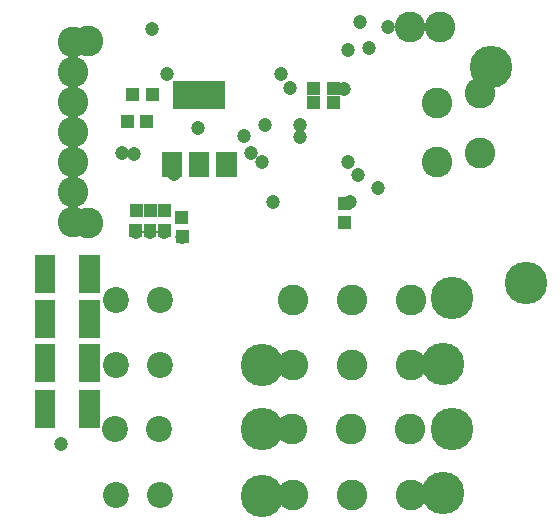
<source format=gbr>
%FSLAX32Y32*%
%MOMM*%
%LNLOETSTOP1*%
G71*
G01*
%ADD10C, 2.60*%
%ADD11C, 3.60*%
%ADD12C, 1.20*%
%ADD13C, 2.60*%
%ADD14C, 2.60*%
%ADD15C, 2.20*%
%LPD*%
X6874Y6085D02*
G54D10*
D03*
X6874Y6585D02*
G54D10*
D03*
X3927Y5564D02*
G54D10*
D03*
X3927Y7104D02*
G54D10*
D03*
X7239Y6666D02*
G54D10*
D03*
X7239Y6158D02*
G54D10*
D03*
X7334Y6888D02*
G54D11*
D03*
X6382Y5865D02*
G54D12*
D03*
X5493Y5746D02*
G54D12*
D03*
X6302Y7047D02*
G54D12*
D03*
X6461Y7222D02*
G54D12*
D03*
X3794Y6840D02*
G54D13*
D03*
X3794Y6586D02*
G54D13*
D03*
X3794Y6332D02*
G54D13*
D03*
X3794Y6078D02*
G54D13*
D03*
X3794Y5824D02*
G54D13*
D03*
X3794Y5570D02*
G54D13*
D03*
X4588Y6825D02*
G54D12*
D03*
X5556Y6825D02*
G54D12*
D03*
G36*
X4476Y6373D02*
X4366Y6373D01*
X4366Y6483D01*
X4476Y6483D01*
X4476Y6373D01*
G37*
G36*
X4309Y6372D02*
X4199Y6372D01*
X4199Y6482D01*
X4309Y6482D01*
X4309Y6372D01*
G37*
X6906Y7222D02*
G54D13*
D03*
X6652Y7222D02*
G54D13*
D03*
X6207Y5968D02*
G54D12*
D03*
X5302Y6158D02*
G54D12*
D03*
X5398Y6079D02*
G54D12*
D03*
X6128Y6079D02*
G54D12*
D03*
X6088Y6698D02*
G54D12*
D03*
X6128Y7031D02*
G54D12*
D03*
X3794Y7095D02*
G54D13*
D03*
X4461Y7206D02*
G54D12*
D03*
X6223Y7270D02*
G54D12*
D03*
G36*
X5181Y5958D02*
X5011Y5958D01*
X5011Y6168D01*
X5181Y6168D01*
X5181Y5958D01*
G37*
G36*
X4951Y5957D02*
X4781Y5957D01*
X4781Y6167D01*
X4951Y6167D01*
X4951Y5957D01*
G37*
G36*
X4721Y5957D02*
X4551Y5957D01*
X4551Y6167D01*
X4721Y6167D01*
X4721Y5957D01*
G37*
G36*
X5085Y6534D02*
X4645Y6534D01*
X4645Y6764D01*
X5085Y6764D01*
X5085Y6534D01*
G37*
X4651Y5984D02*
G54D12*
D03*
G36*
X4524Y6595D02*
X4414Y6595D01*
X4414Y6705D01*
X4524Y6705D01*
X4524Y6595D01*
G37*
G36*
X4357Y6594D02*
X4247Y6594D01*
X4247Y6704D01*
X4357Y6704D01*
X4357Y6594D01*
G37*
X7628Y5055D02*
G54D11*
D03*
G36*
X6147Y5789D02*
X6147Y5679D01*
X6037Y5679D01*
X6037Y5789D01*
X6147Y5789D01*
G37*
G36*
X6146Y5622D02*
X6146Y5512D01*
X6036Y5512D01*
X6036Y5622D01*
X6146Y5622D01*
G37*
X6144Y5746D02*
G54D12*
D03*
G36*
X4385Y5725D02*
X4385Y5615D01*
X4275Y5615D01*
X4275Y5725D01*
X4385Y5725D01*
G37*
G36*
X4384Y5558D02*
X4384Y5448D01*
X4274Y5448D01*
X4274Y5558D01*
X4384Y5558D01*
G37*
G36*
X4504Y5725D02*
X4504Y5615D01*
X4394Y5615D01*
X4394Y5725D01*
X4504Y5725D01*
G37*
G36*
X4503Y5558D02*
X4503Y5448D01*
X4393Y5448D01*
X4393Y5558D01*
X4503Y5558D01*
G37*
G36*
X4623Y5725D02*
X4623Y5615D01*
X4513Y5615D01*
X4513Y5725D01*
X4623Y5725D01*
G37*
G36*
X4622Y5558D02*
X4622Y5448D01*
X4512Y5448D01*
X4512Y5558D01*
X4622Y5558D01*
G37*
X5715Y6293D02*
G54D12*
D03*
X5247Y6301D02*
G54D12*
D03*
X4207Y6158D02*
G54D12*
D03*
X5715Y6396D02*
G54D12*
D03*
X5421Y6396D02*
G54D12*
D03*
X7001Y4928D02*
G54D11*
D03*
X4858Y6373D02*
G54D12*
D03*
X4310Y6150D02*
G54D12*
D03*
G36*
X5779Y6761D02*
X5889Y6761D01*
X5889Y6651D01*
X5779Y6651D01*
X5779Y6761D01*
G37*
G36*
X5946Y6760D02*
X6056Y6760D01*
X6056Y6650D01*
X5946Y6650D01*
X5946Y6760D01*
G37*
G36*
X5779Y6642D02*
X5889Y6642D01*
X5889Y6532D01*
X5779Y6532D01*
X5779Y6642D01*
G37*
G36*
X5946Y6641D02*
X6056Y6641D01*
X6056Y6531D01*
X5946Y6531D01*
X5946Y6641D01*
G37*
X5636Y6706D02*
G54D12*
D03*
X5659Y4912D02*
G54D14*
D03*
X6159Y4912D02*
G54D14*
D03*
X6659Y4912D02*
G54D14*
D03*
X4159Y4912D02*
G54D15*
D03*
X4534Y4912D02*
G54D15*
D03*
X5659Y4364D02*
G54D14*
D03*
X6159Y4364D02*
G54D14*
D03*
X6659Y4364D02*
G54D14*
D03*
X4159Y4364D02*
G54D15*
D03*
X4534Y4364D02*
G54D15*
D03*
X5652Y3817D02*
G54D14*
D03*
X6152Y3817D02*
G54D14*
D03*
X6652Y3817D02*
G54D14*
D03*
X4151Y3817D02*
G54D15*
D03*
X4526Y3817D02*
G54D15*
D03*
X5659Y3261D02*
G54D14*
D03*
X6159Y3261D02*
G54D14*
D03*
X6659Y3261D02*
G54D14*
D03*
X4159Y3261D02*
G54D15*
D03*
X4534Y3261D02*
G54D15*
D03*
X5398Y3253D02*
G54D11*
D03*
X5398Y3817D02*
G54D11*
D03*
X5398Y4364D02*
G54D11*
D03*
X6929Y4372D02*
G54D11*
D03*
X7001Y3817D02*
G54D11*
D03*
X6929Y3277D02*
G54D11*
D03*
G36*
X3471Y5294D02*
X3641Y5294D01*
X3641Y4974D01*
X3471Y4974D01*
X3471Y5294D01*
G37*
G36*
X3851Y5294D02*
X4021Y5294D01*
X4021Y4974D01*
X3851Y4974D01*
X3851Y5294D01*
G37*
G36*
X3471Y4913D02*
X3641Y4913D01*
X3641Y4593D01*
X3471Y4593D01*
X3471Y4913D01*
G37*
G36*
X3851Y4913D02*
X4021Y4913D01*
X4021Y4593D01*
X3851Y4593D01*
X3851Y4913D01*
G37*
G36*
X3471Y4540D02*
X3641Y4540D01*
X3641Y4220D01*
X3471Y4220D01*
X3471Y4540D01*
G37*
G36*
X3851Y4540D02*
X4021Y4540D01*
X4021Y4220D01*
X3851Y4220D01*
X3851Y4540D01*
G37*
G36*
X3471Y4151D02*
X3641Y4151D01*
X3641Y3831D01*
X3471Y3831D01*
X3471Y4151D01*
G37*
G36*
X3851Y4151D02*
X4021Y4151D01*
X4021Y3831D01*
X3851Y3831D01*
X3851Y4151D01*
G37*
X3691Y3698D02*
G54D12*
D03*
G36*
X4664Y5393D02*
X4664Y5503D01*
X4774Y5503D01*
X4774Y5393D01*
X4664Y5393D01*
G37*
G36*
X4663Y5560D02*
X4663Y5670D01*
X4773Y5670D01*
X4773Y5560D01*
X4663Y5560D01*
G37*
X3961Y3991D02*
G54D12*
D03*
X3961Y5039D02*
G54D12*
D03*
X3961Y4698D02*
G54D12*
D03*
X3961Y4341D02*
G54D12*
D03*
X4326Y5492D02*
G54D12*
D03*
X4445Y5492D02*
G54D12*
D03*
X4564Y5492D02*
G54D12*
D03*
X4723Y5444D02*
G54D12*
D03*
M02*

</source>
